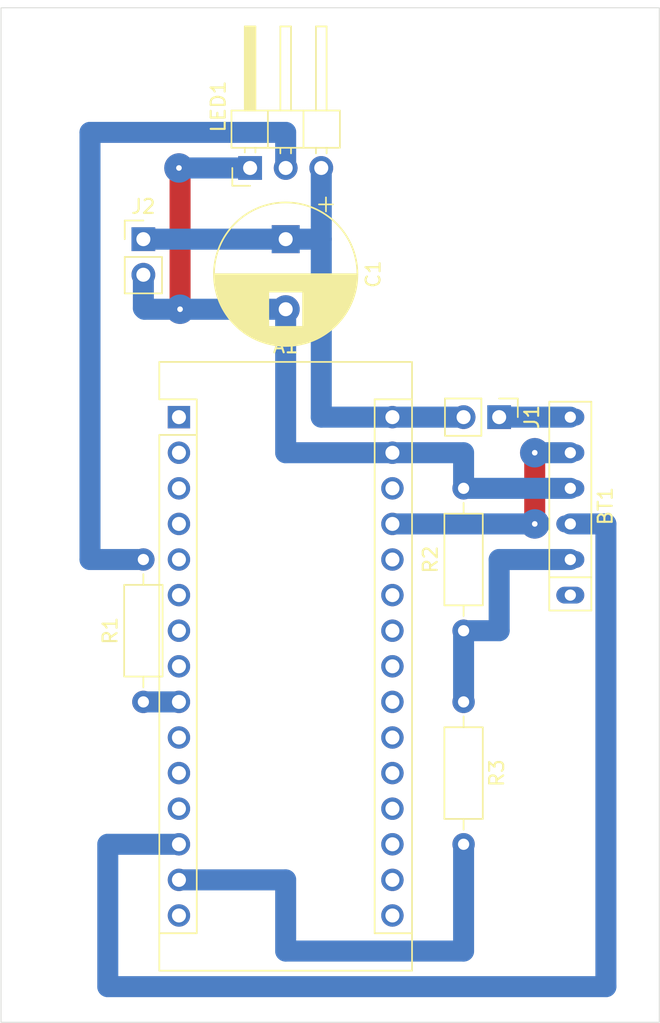
<source format=kicad_pcb>
(kicad_pcb (version 20171130) (host pcbnew 5.1.10-88a1d61d58~88~ubuntu18.04.1)

  (general
    (thickness 1.6)
    (drawings 8)
    (tracks 45)
    (zones 0)
    (modules 9)
    (nets 35)
  )

  (page A4)
  (layers
    (0 F.Cu signal)
    (31 B.Cu signal)
    (32 B.Adhes user)
    (33 F.Adhes user)
    (34 B.Paste user)
    (35 F.Paste user)
    (36 B.SilkS user)
    (37 F.SilkS user)
    (38 B.Mask user)
    (39 F.Mask user)
    (40 Dwgs.User user)
    (41 Cmts.User user)
    (42 Eco1.User user)
    (43 Eco2.User user)
    (44 Edge.Cuts user)
    (45 Margin user)
    (46 B.CrtYd user)
    (47 F.CrtYd user)
    (48 B.Fab user)
    (49 F.Fab user)
  )

  (setup
    (last_trace_width 1.5)
    (user_trace_width 1.5)
    (trace_clearance 0.2)
    (zone_clearance 0.508)
    (zone_45_only no)
    (trace_min 1.5)
    (via_size 2.1)
    (via_drill 0.4)
    (via_min_size 2.1)
    (via_min_drill 0.3)
    (user_via 2.1 1)
    (uvia_size 2.1)
    (uvia_drill 0.1)
    (uvias_allowed no)
    (uvia_min_size 2.1)
    (uvia_min_drill 0.1)
    (edge_width 0.05)
    (segment_width 0.2)
    (pcb_text_width 0.3)
    (pcb_text_size 1.5 1.5)
    (mod_edge_width 0.12)
    (mod_text_size 1 1)
    (mod_text_width 0.15)
    (pad_size 1.524 1.524)
    (pad_drill 0.762)
    (pad_to_mask_clearance 0)
    (aux_axis_origin 0 0)
    (visible_elements FFFFFF7F)
    (pcbplotparams
      (layerselection 0x010fc_ffffffff)
      (usegerberextensions false)
      (usegerberattributes true)
      (usegerberadvancedattributes true)
      (creategerberjobfile true)
      (excludeedgelayer true)
      (linewidth 0.100000)
      (plotframeref false)
      (viasonmask false)
      (mode 1)
      (useauxorigin false)
      (hpglpennumber 1)
      (hpglpenspeed 20)
      (hpglpendiameter 15.000000)
      (psnegative false)
      (psa4output false)
      (plotreference true)
      (plotvalue true)
      (plotinvisibletext false)
      (padsonsilk false)
      (subtractmaskfromsilk false)
      (outputformat 1)
      (mirror false)
      (drillshape 1)
      (scaleselection 1)
      (outputdirectory ""))
  )

  (net 0 "")
  (net 1 "Net-(A1-Pad1)")
  (net 2 "Net-(A1-Pad17)")
  (net 3 "Net-(A1-Pad2)")
  (net 4 "Net-(A1-Pad18)")
  (net 5 "Net-(A1-Pad3)")
  (net 6 "Net-(A1-Pad19)")
  (net 7 "Net-(A1-Pad4)")
  (net 8 "Net-(A1-Pad20)")
  (net 9 "Net-(A1-Pad5)")
  (net 10 "Net-(A1-Pad21)")
  (net 11 "Net-(A1-Pad6)")
  (net 12 "Net-(A1-Pad22)")
  (net 13 "Net-(A1-Pad7)")
  (net 14 "Net-(A1-Pad23)")
  (net 15 "Net-(A1-Pad8)")
  (net 16 "Net-(A1-Pad24)")
  (net 17 "Net-(A1-Pad9)")
  (net 18 "Net-(A1-Pad25)")
  (net 19 "Net-(A1-Pad10)")
  (net 20 "Net-(A1-Pad26)")
  (net 21 "Net-(A1-Pad11)")
  (net 22 "Net-(A1-Pad27)")
  (net 23 "Net-(A1-Pad12)")
  (net 24 "Net-(A1-Pad28)")
  (net 25 "Net-(A1-Pad13)")
  (net 26 GND)
  (net 27 "Net-(A1-Pad14)")
  (net 28 +5V)
  (net 29 "Net-(A1-Pad15)")
  (net 30 "Net-(A1-Pad16)")
  (net 31 "Net-(BT1-Pad1)")
  (net 32 "Net-(BT1-Pad2)")
  (net 33 "Net-(BT1-Pad6)")
  (net 34 "Net-(LED1-Pad2)")

  (net_class Default "This is the default net class."
    (clearance 0.2)
    (trace_width 1.5)
    (via_dia 2.1)
    (via_drill 0.4)
    (uvia_dia 2.1)
    (uvia_drill 0.1)
    (diff_pair_width 1.5)
    (diff_pair_gap 0.25)
    (add_net +5V)
    (add_net GND)
    (add_net "Net-(A1-Pad1)")
    (add_net "Net-(A1-Pad10)")
    (add_net "Net-(A1-Pad11)")
    (add_net "Net-(A1-Pad12)")
    (add_net "Net-(A1-Pad13)")
    (add_net "Net-(A1-Pad14)")
    (add_net "Net-(A1-Pad15)")
    (add_net "Net-(A1-Pad16)")
    (add_net "Net-(A1-Pad17)")
    (add_net "Net-(A1-Pad18)")
    (add_net "Net-(A1-Pad19)")
    (add_net "Net-(A1-Pad2)")
    (add_net "Net-(A1-Pad20)")
    (add_net "Net-(A1-Pad21)")
    (add_net "Net-(A1-Pad22)")
    (add_net "Net-(A1-Pad23)")
    (add_net "Net-(A1-Pad24)")
    (add_net "Net-(A1-Pad25)")
    (add_net "Net-(A1-Pad26)")
    (add_net "Net-(A1-Pad27)")
    (add_net "Net-(A1-Pad28)")
    (add_net "Net-(A1-Pad3)")
    (add_net "Net-(A1-Pad4)")
    (add_net "Net-(A1-Pad5)")
    (add_net "Net-(A1-Pad6)")
    (add_net "Net-(A1-Pad7)")
    (add_net "Net-(A1-Pad8)")
    (add_net "Net-(A1-Pad9)")
    (add_net "Net-(BT1-Pad1)")
    (add_net "Net-(BT1-Pad2)")
    (add_net "Net-(BT1-Pad6)")
    (add_net "Net-(LED1-Pad2)")
  )

  (module Resistor_THT:R_Axial_DIN0207_L6.3mm_D2.5mm_P10.16mm_Horizontal (layer F.Cu) (tedit 5AE5139B) (tstamp 608806CD)
    (at 86.36 99.06 90)
    (descr "Resistor, Axial_DIN0207 series, Axial, Horizontal, pin pitch=10.16mm, 0.25W = 1/4W, length*diameter=6.3*2.5mm^2, http://cdn-reichelt.de/documents/datenblatt/B400/1_4W%23YAG.pdf")
    (tags "Resistor Axial_DIN0207 series Axial Horizontal pin pitch 10.16mm 0.25W = 1/4W length 6.3mm diameter 2.5mm")
    (path /60883031)
    (fp_text reference R1 (at 5.08 -2.37 90) (layer F.SilkS)
      (effects (font (size 1 1) (thickness 0.15)))
    )
    (fp_text value 470R (at 5.08 2.37 90) (layer F.Fab)
      (effects (font (size 1 1) (thickness 0.15)))
    )
    (fp_line (start 11.21 -1.5) (end -1.05 -1.5) (layer F.CrtYd) (width 0.05))
    (fp_line (start 11.21 1.5) (end 11.21 -1.5) (layer F.CrtYd) (width 0.05))
    (fp_line (start -1.05 1.5) (end 11.21 1.5) (layer F.CrtYd) (width 0.05))
    (fp_line (start -1.05 -1.5) (end -1.05 1.5) (layer F.CrtYd) (width 0.05))
    (fp_line (start 9.12 0) (end 8.35 0) (layer F.SilkS) (width 0.12))
    (fp_line (start 1.04 0) (end 1.81 0) (layer F.SilkS) (width 0.12))
    (fp_line (start 8.35 -1.37) (end 1.81 -1.37) (layer F.SilkS) (width 0.12))
    (fp_line (start 8.35 1.37) (end 8.35 -1.37) (layer F.SilkS) (width 0.12))
    (fp_line (start 1.81 1.37) (end 8.35 1.37) (layer F.SilkS) (width 0.12))
    (fp_line (start 1.81 -1.37) (end 1.81 1.37) (layer F.SilkS) (width 0.12))
    (fp_line (start 10.16 0) (end 8.23 0) (layer F.Fab) (width 0.1))
    (fp_line (start 0 0) (end 1.93 0) (layer F.Fab) (width 0.1))
    (fp_line (start 8.23 -1.25) (end 1.93 -1.25) (layer F.Fab) (width 0.1))
    (fp_line (start 8.23 1.25) (end 8.23 -1.25) (layer F.Fab) (width 0.1))
    (fp_line (start 1.93 1.25) (end 8.23 1.25) (layer F.Fab) (width 0.1))
    (fp_line (start 1.93 -1.25) (end 1.93 1.25) (layer F.Fab) (width 0.1))
    (fp_text user %R (at 5.08 0 90) (layer F.Fab)
      (effects (font (size 1 1) (thickness 0.15)))
    )
    (pad 1 thru_hole circle (at 0 0 90) (size 1.6 1.6) (drill 0.8) (layers *.Cu *.Mask)
      (net 17 "Net-(A1-Pad9)"))
    (pad 2 thru_hole oval (at 10.16 0 90) (size 1.6 1.6) (drill 0.8) (layers *.Cu *.Mask)
      (net 34 "Net-(LED1-Pad2)"))
    (model ${KISYS3DMOD}/Resistor_THT.3dshapes/R_Axial_DIN0207_L6.3mm_D2.5mm_P10.16mm_Horizontal.wrl
      (at (xyz 0 0 0))
      (scale (xyz 1 1 1))
      (rotate (xyz 0 0 0))
    )
  )

  (module Capacitor_THT:CP_Radial_D10.0mm_P5.00mm (layer F.Cu) (tedit 5AE50EF1) (tstamp 60880660)
    (at 96.52 66.04 270)
    (descr "CP, Radial series, Radial, pin pitch=5.00mm, , diameter=10mm, Electrolytic Capacitor")
    (tags "CP Radial series Radial pin pitch 5.00mm  diameter 10mm Electrolytic Capacitor")
    (path /60906276)
    (fp_text reference C1 (at 2.5 -6.25 90) (layer F.SilkS)
      (effects (font (size 1 1) (thickness 0.15)))
    )
    (fp_text value 470uF (at 2.5 6.25 90) (layer F.Fab)
      (effects (font (size 1 1) (thickness 0.15)))
    )
    (fp_line (start -2.479646 -3.375) (end -2.479646 -2.375) (layer F.SilkS) (width 0.12))
    (fp_line (start -2.979646 -2.875) (end -1.979646 -2.875) (layer F.SilkS) (width 0.12))
    (fp_line (start 7.581 -0.599) (end 7.581 0.599) (layer F.SilkS) (width 0.12))
    (fp_line (start 7.541 -0.862) (end 7.541 0.862) (layer F.SilkS) (width 0.12))
    (fp_line (start 7.501 -1.062) (end 7.501 1.062) (layer F.SilkS) (width 0.12))
    (fp_line (start 7.461 -1.23) (end 7.461 1.23) (layer F.SilkS) (width 0.12))
    (fp_line (start 7.421 -1.378) (end 7.421 1.378) (layer F.SilkS) (width 0.12))
    (fp_line (start 7.381 -1.51) (end 7.381 1.51) (layer F.SilkS) (width 0.12))
    (fp_line (start 7.341 -1.63) (end 7.341 1.63) (layer F.SilkS) (width 0.12))
    (fp_line (start 7.301 -1.742) (end 7.301 1.742) (layer F.SilkS) (width 0.12))
    (fp_line (start 7.261 -1.846) (end 7.261 1.846) (layer F.SilkS) (width 0.12))
    (fp_line (start 7.221 -1.944) (end 7.221 1.944) (layer F.SilkS) (width 0.12))
    (fp_line (start 7.181 -2.037) (end 7.181 2.037) (layer F.SilkS) (width 0.12))
    (fp_line (start 7.141 -2.125) (end 7.141 2.125) (layer F.SilkS) (width 0.12))
    (fp_line (start 7.101 -2.209) (end 7.101 2.209) (layer F.SilkS) (width 0.12))
    (fp_line (start 7.061 -2.289) (end 7.061 2.289) (layer F.SilkS) (width 0.12))
    (fp_line (start 7.021 -2.365) (end 7.021 2.365) (layer F.SilkS) (width 0.12))
    (fp_line (start 6.981 -2.439) (end 6.981 2.439) (layer F.SilkS) (width 0.12))
    (fp_line (start 6.941 -2.51) (end 6.941 2.51) (layer F.SilkS) (width 0.12))
    (fp_line (start 6.901 -2.579) (end 6.901 2.579) (layer F.SilkS) (width 0.12))
    (fp_line (start 6.861 -2.645) (end 6.861 2.645) (layer F.SilkS) (width 0.12))
    (fp_line (start 6.821 -2.709) (end 6.821 2.709) (layer F.SilkS) (width 0.12))
    (fp_line (start 6.781 -2.77) (end 6.781 2.77) (layer F.SilkS) (width 0.12))
    (fp_line (start 6.741 -2.83) (end 6.741 2.83) (layer F.SilkS) (width 0.12))
    (fp_line (start 6.701 -2.889) (end 6.701 2.889) (layer F.SilkS) (width 0.12))
    (fp_line (start 6.661 -2.945) (end 6.661 2.945) (layer F.SilkS) (width 0.12))
    (fp_line (start 6.621 -3) (end 6.621 3) (layer F.SilkS) (width 0.12))
    (fp_line (start 6.581 -3.054) (end 6.581 3.054) (layer F.SilkS) (width 0.12))
    (fp_line (start 6.541 -3.106) (end 6.541 3.106) (layer F.SilkS) (width 0.12))
    (fp_line (start 6.501 -3.156) (end 6.501 3.156) (layer F.SilkS) (width 0.12))
    (fp_line (start 6.461 -3.206) (end 6.461 3.206) (layer F.SilkS) (width 0.12))
    (fp_line (start 6.421 -3.254) (end 6.421 3.254) (layer F.SilkS) (width 0.12))
    (fp_line (start 6.381 -3.301) (end 6.381 3.301) (layer F.SilkS) (width 0.12))
    (fp_line (start 6.341 -3.347) (end 6.341 3.347) (layer F.SilkS) (width 0.12))
    (fp_line (start 6.301 -3.392) (end 6.301 3.392) (layer F.SilkS) (width 0.12))
    (fp_line (start 6.261 -3.436) (end 6.261 3.436) (layer F.SilkS) (width 0.12))
    (fp_line (start 6.221 1.241) (end 6.221 3.478) (layer F.SilkS) (width 0.12))
    (fp_line (start 6.221 -3.478) (end 6.221 -1.241) (layer F.SilkS) (width 0.12))
    (fp_line (start 6.181 1.241) (end 6.181 3.52) (layer F.SilkS) (width 0.12))
    (fp_line (start 6.181 -3.52) (end 6.181 -1.241) (layer F.SilkS) (width 0.12))
    (fp_line (start 6.141 1.241) (end 6.141 3.561) (layer F.SilkS) (width 0.12))
    (fp_line (start 6.141 -3.561) (end 6.141 -1.241) (layer F.SilkS) (width 0.12))
    (fp_line (start 6.101 1.241) (end 6.101 3.601) (layer F.SilkS) (width 0.12))
    (fp_line (start 6.101 -3.601) (end 6.101 -1.241) (layer F.SilkS) (width 0.12))
    (fp_line (start 6.061 1.241) (end 6.061 3.64) (layer F.SilkS) (width 0.12))
    (fp_line (start 6.061 -3.64) (end 6.061 -1.241) (layer F.SilkS) (width 0.12))
    (fp_line (start 6.021 1.241) (end 6.021 3.679) (layer F.SilkS) (width 0.12))
    (fp_line (start 6.021 -3.679) (end 6.021 -1.241) (layer F.SilkS) (width 0.12))
    (fp_line (start 5.981 1.241) (end 5.981 3.716) (layer F.SilkS) (width 0.12))
    (fp_line (start 5.981 -3.716) (end 5.981 -1.241) (layer F.SilkS) (width 0.12))
    (fp_line (start 5.941 1.241) (end 5.941 3.753) (layer F.SilkS) (width 0.12))
    (fp_line (start 5.941 -3.753) (end 5.941 -1.241) (layer F.SilkS) (width 0.12))
    (fp_line (start 5.901 1.241) (end 5.901 3.789) (layer F.SilkS) (width 0.12))
    (fp_line (start 5.901 -3.789) (end 5.901 -1.241) (layer F.SilkS) (width 0.12))
    (fp_line (start 5.861 1.241) (end 5.861 3.824) (layer F.SilkS) (width 0.12))
    (fp_line (start 5.861 -3.824) (end 5.861 -1.241) (layer F.SilkS) (width 0.12))
    (fp_line (start 5.821 1.241) (end 5.821 3.858) (layer F.SilkS) (width 0.12))
    (fp_line (start 5.821 -3.858) (end 5.821 -1.241) (layer F.SilkS) (width 0.12))
    (fp_line (start 5.781 1.241) (end 5.781 3.892) (layer F.SilkS) (width 0.12))
    (fp_line (start 5.781 -3.892) (end 5.781 -1.241) (layer F.SilkS) (width 0.12))
    (fp_line (start 5.741 1.241) (end 5.741 3.925) (layer F.SilkS) (width 0.12))
    (fp_line (start 5.741 -3.925) (end 5.741 -1.241) (layer F.SilkS) (width 0.12))
    (fp_line (start 5.701 1.241) (end 5.701 3.957) (layer F.SilkS) (width 0.12))
    (fp_line (start 5.701 -3.957) (end 5.701 -1.241) (layer F.SilkS) (width 0.12))
    (fp_line (start 5.661 1.241) (end 5.661 3.989) (layer F.SilkS) (width 0.12))
    (fp_line (start 5.661 -3.989) (end 5.661 -1.241) (layer F.SilkS) (width 0.12))
    (fp_line (start 5.621 1.241) (end 5.621 4.02) (layer F.SilkS) (width 0.12))
    (fp_line (start 5.621 -4.02) (end 5.621 -1.241) (layer F.SilkS) (width 0.12))
    (fp_line (start 5.581 1.241) (end 5.581 4.05) (layer F.SilkS) (width 0.12))
    (fp_line (start 5.581 -4.05) (end 5.581 -1.241) (layer F.SilkS) (width 0.12))
    (fp_line (start 5.541 1.241) (end 5.541 4.08) (layer F.SilkS) (width 0.12))
    (fp_line (start 5.541 -4.08) (end 5.541 -1.241) (layer F.SilkS) (width 0.12))
    (fp_line (start 5.501 1.241) (end 5.501 4.11) (layer F.SilkS) (width 0.12))
    (fp_line (start 5.501 -4.11) (end 5.501 -1.241) (layer F.SilkS) (width 0.12))
    (fp_line (start 5.461 1.241) (end 5.461 4.138) (layer F.SilkS) (width 0.12))
    (fp_line (start 5.461 -4.138) (end 5.461 -1.241) (layer F.SilkS) (width 0.12))
    (fp_line (start 5.421 1.241) (end 5.421 4.166) (layer F.SilkS) (width 0.12))
    (fp_line (start 5.421 -4.166) (end 5.421 -1.241) (layer F.SilkS) (width 0.12))
    (fp_line (start 5.381 1.241) (end 5.381 4.194) (layer F.SilkS) (width 0.12))
    (fp_line (start 5.381 -4.194) (end 5.381 -1.241) (layer F.SilkS) (width 0.12))
    (fp_line (start 5.341 1.241) (end 5.341 4.221) (layer F.SilkS) (width 0.12))
    (fp_line (start 5.341 -4.221) (end 5.341 -1.241) (layer F.SilkS) (width 0.12))
    (fp_line (start 5.301 1.241) (end 5.301 4.247) (layer F.SilkS) (width 0.12))
    (fp_line (start 5.301 -4.247) (end 5.301 -1.241) (layer F.SilkS) (width 0.12))
    (fp_line (start 5.261 1.241) (end 5.261 4.273) (layer F.SilkS) (width 0.12))
    (fp_line (start 5.261 -4.273) (end 5.261 -1.241) (layer F.SilkS) (width 0.12))
    (fp_line (start 5.221 1.241) (end 5.221 4.298) (layer F.SilkS) (width 0.12))
    (fp_line (start 5.221 -4.298) (end 5.221 -1.241) (layer F.SilkS) (width 0.12))
    (fp_line (start 5.181 1.241) (end 5.181 4.323) (layer F.SilkS) (width 0.12))
    (fp_line (start 5.181 -4.323) (end 5.181 -1.241) (layer F.SilkS) (width 0.12))
    (fp_line (start 5.141 1.241) (end 5.141 4.347) (layer F.SilkS) (width 0.12))
    (fp_line (start 5.141 -4.347) (end 5.141 -1.241) (layer F.SilkS) (width 0.12))
    (fp_line (start 5.101 1.241) (end 5.101 4.371) (layer F.SilkS) (width 0.12))
    (fp_line (start 5.101 -4.371) (end 5.101 -1.241) (layer F.SilkS) (width 0.12))
    (fp_line (start 5.061 1.241) (end 5.061 4.395) (layer F.SilkS) (width 0.12))
    (fp_line (start 5.061 -4.395) (end 5.061 -1.241) (layer F.SilkS) (width 0.12))
    (fp_line (start 5.021 1.241) (end 5.021 4.417) (layer F.SilkS) (width 0.12))
    (fp_line (start 5.021 -4.417) (end 5.021 -1.241) (layer F.SilkS) (width 0.12))
    (fp_line (start 4.981 1.241) (end 4.981 4.44) (layer F.SilkS) (width 0.12))
    (fp_line (start 4.981 -4.44) (end 4.981 -1.241) (layer F.SilkS) (width 0.12))
    (fp_line (start 4.941 1.241) (end 4.941 4.462) (layer F.SilkS) (width 0.12))
    (fp_line (start 4.941 -4.462) (end 4.941 -1.241) (layer F.SilkS) (width 0.12))
    (fp_line (start 4.901 1.241) (end 4.901 4.483) (layer F.SilkS) (width 0.12))
    (fp_line (start 4.901 -4.483) (end 4.901 -1.241) (layer F.SilkS) (width 0.12))
    (fp_line (start 4.861 1.241) (end 4.861 4.504) (layer F.SilkS) (width 0.12))
    (fp_line (start 4.861 -4.504) (end 4.861 -1.241) (layer F.SilkS) (width 0.12))
    (fp_line (start 4.821 1.241) (end 4.821 4.525) (layer F.SilkS) (width 0.12))
    (fp_line (start 4.821 -4.525) (end 4.821 -1.241) (layer F.SilkS) (width 0.12))
    (fp_line (start 4.781 1.241) (end 4.781 4.545) (layer F.SilkS) (width 0.12))
    (fp_line (start 4.781 -4.545) (end 4.781 -1.241) (layer F.SilkS) (width 0.12))
    (fp_line (start 4.741 1.241) (end 4.741 4.564) (layer F.SilkS) (width 0.12))
    (fp_line (start 4.741 -4.564) (end 4.741 -1.241) (layer F.SilkS) (width 0.12))
    (fp_line (start 4.701 1.241) (end 4.701 4.584) (layer F.SilkS) (width 0.12))
    (fp_line (start 4.701 -4.584) (end 4.701 -1.241) (layer F.SilkS) (width 0.12))
    (fp_line (start 4.661 1.241) (end 4.661 4.603) (layer F.SilkS) (width 0.12))
    (fp_line (start 4.661 -4.603) (end 4.661 -1.241) (layer F.SilkS) (width 0.12))
    (fp_line (start 4.621 1.241) (end 4.621 4.621) (layer F.SilkS) (width 0.12))
    (fp_line (start 4.621 -4.621) (end 4.621 -1.241) (layer F.SilkS) (width 0.12))
    (fp_line (start 4.581 1.241) (end 4.581 4.639) (layer F.SilkS) (width 0.12))
    (fp_line (start 4.581 -4.639) (end 4.581 -1.241) (layer F.SilkS) (width 0.12))
    (fp_line (start 4.541 1.241) (end 4.541 4.657) (layer F.SilkS) (width 0.12))
    (fp_line (start 4.541 -4.657) (end 4.541 -1.241) (layer F.SilkS) (width 0.12))
    (fp_line (start 4.501 1.241) (end 4.501 4.674) (layer F.SilkS) (width 0.12))
    (fp_line (start 4.501 -4.674) (end 4.501 -1.241) (layer F.SilkS) (width 0.12))
    (fp_line (start 4.461 1.241) (end 4.461 4.69) (layer F.SilkS) (width 0.12))
    (fp_line (start 4.461 -4.69) (end 4.461 -1.241) (layer F.SilkS) (width 0.12))
    (fp_line (start 4.421 1.241) (end 4.421 4.707) (layer F.SilkS) (width 0.12))
    (fp_line (start 4.421 -4.707) (end 4.421 -1.241) (layer F.SilkS) (width 0.12))
    (fp_line (start 4.381 1.241) (end 4.381 4.723) (layer F.SilkS) (width 0.12))
    (fp_line (start 4.381 -4.723) (end 4.381 -1.241) (layer F.SilkS) (width 0.12))
    (fp_line (start 4.341 1.241) (end 4.341 4.738) (layer F.SilkS) (width 0.12))
    (fp_line (start 4.341 -4.738) (end 4.341 -1.241) (layer F.SilkS) (width 0.12))
    (fp_line (start 4.301 1.241) (end 4.301 4.754) (layer F.SilkS) (width 0.12))
    (fp_line (start 4.301 -4.754) (end 4.301 -1.241) (layer F.SilkS) (width 0.12))
    (fp_line (start 4.261 1.241) (end 4.261 4.768) (layer F.SilkS) (width 0.12))
    (fp_line (start 4.261 -4.768) (end 4.261 -1.241) (layer F.SilkS) (width 0.12))
    (fp_line (start 4.221 1.241) (end 4.221 4.783) (layer F.SilkS) (width 0.12))
    (fp_line (start 4.221 -4.783) (end 4.221 -1.241) (layer F.SilkS) (width 0.12))
    (fp_line (start 4.181 1.241) (end 4.181 4.797) (layer F.SilkS) (width 0.12))
    (fp_line (start 4.181 -4.797) (end 4.181 -1.241) (layer F.SilkS) (width 0.12))
    (fp_line (start 4.141 1.241) (end 4.141 4.811) (layer F.SilkS) (width 0.12))
    (fp_line (start 4.141 -4.811) (end 4.141 -1.241) (layer F.SilkS) (width 0.12))
    (fp_line (start 4.101 1.241) (end 4.101 4.824) (layer F.SilkS) (width 0.12))
    (fp_line (start 4.101 -4.824) (end 4.101 -1.241) (layer F.SilkS) (width 0.12))
    (fp_line (start 4.061 1.241) (end 4.061 4.837) (layer F.SilkS) (width 0.12))
    (fp_line (start 4.061 -4.837) (end 4.061 -1.241) (layer F.SilkS) (width 0.12))
    (fp_line (start 4.021 1.241) (end 4.021 4.85) (layer F.SilkS) (width 0.12))
    (fp_line (start 4.021 -4.85) (end 4.021 -1.241) (layer F.SilkS) (width 0.12))
    (fp_line (start 3.981 1.241) (end 3.981 4.862) (layer F.SilkS) (width 0.12))
    (fp_line (start 3.981 -4.862) (end 3.981 -1.241) (layer F.SilkS) (width 0.12))
    (fp_line (start 3.941 1.241) (end 3.941 4.874) (layer F.SilkS) (width 0.12))
    (fp_line (start 3.941 -4.874) (end 3.941 -1.241) (layer F.SilkS) (width 0.12))
    (fp_line (start 3.901 1.241) (end 3.901 4.885) (layer F.SilkS) (width 0.12))
    (fp_line (start 3.901 -4.885) (end 3.901 -1.241) (layer F.SilkS) (width 0.12))
    (fp_line (start 3.861 1.241) (end 3.861 4.897) (layer F.SilkS) (width 0.12))
    (fp_line (start 3.861 -4.897) (end 3.861 -1.241) (layer F.SilkS) (width 0.12))
    (fp_line (start 3.821 1.241) (end 3.821 4.907) (layer F.SilkS) (width 0.12))
    (fp_line (start 3.821 -4.907) (end 3.821 -1.241) (layer F.SilkS) (width 0.12))
    (fp_line (start 3.781 1.241) (end 3.781 4.918) (layer F.SilkS) (width 0.12))
    (fp_line (start 3.781 -4.918) (end 3.781 -1.241) (layer F.SilkS) (width 0.12))
    (fp_line (start 3.741 -4.928) (end 3.741 4.928) (layer F.SilkS) (width 0.12))
    (fp_line (start 3.701 -4.938) (end 3.701 4.938) (layer F.SilkS) (width 0.12))
    (fp_line (start 3.661 -4.947) (end 3.661 4.947) (layer F.SilkS) (width 0.12))
    (fp_line (start 3.621 -4.956) (end 3.621 4.956) (layer F.SilkS) (width 0.12))
    (fp_line (start 3.581 -4.965) (end 3.581 4.965) (layer F.SilkS) (width 0.12))
    (fp_line (start 3.541 -4.974) (end 3.541 4.974) (layer F.SilkS) (width 0.12))
    (fp_line (start 3.501 -4.982) (end 3.501 4.982) (layer F.SilkS) (width 0.12))
    (fp_line (start 3.461 -4.99) (end 3.461 4.99) (layer F.SilkS) (width 0.12))
    (fp_line (start 3.421 -4.997) (end 3.421 4.997) (layer F.SilkS) (width 0.12))
    (fp_line (start 3.381 -5.004) (end 3.381 5.004) (layer F.SilkS) (width 0.12))
    (fp_line (start 3.341 -5.011) (end 3.341 5.011) (layer F.SilkS) (width 0.12))
    (fp_line (start 3.301 -5.018) (end 3.301 5.018) (layer F.SilkS) (width 0.12))
    (fp_line (start 3.261 -5.024) (end 3.261 5.024) (layer F.SilkS) (width 0.12))
    (fp_line (start 3.221 -5.03) (end 3.221 5.03) (layer F.SilkS) (width 0.12))
    (fp_line (start 3.18 -5.035) (end 3.18 5.035) (layer F.SilkS) (width 0.12))
    (fp_line (start 3.14 -5.04) (end 3.14 5.04) (layer F.SilkS) (width 0.12))
    (fp_line (start 3.1 -5.045) (end 3.1 5.045) (layer F.SilkS) (width 0.12))
    (fp_line (start 3.06 -5.05) (end 3.06 5.05) (layer F.SilkS) (width 0.12))
    (fp_line (start 3.02 -5.054) (end 3.02 5.054) (layer F.SilkS) (width 0.12))
    (fp_line (start 2.98 -5.058) (end 2.98 5.058) (layer F.SilkS) (width 0.12))
    (fp_line (start 2.94 -5.062) (end 2.94 5.062) (layer F.SilkS) (width 0.12))
    (fp_line (start 2.9 -5.065) (end 2.9 5.065) (layer F.SilkS) (width 0.12))
    (fp_line (start 2.86 -5.068) (end 2.86 5.068) (layer F.SilkS) (width 0.12))
    (fp_line (start 2.82 -5.07) (end 2.82 5.07) (layer F.SilkS) (width 0.12))
    (fp_line (start 2.78 -5.073) (end 2.78 5.073) (layer F.SilkS) (width 0.12))
    (fp_line (start 2.74 -5.075) (end 2.74 5.075) (layer F.SilkS) (width 0.12))
    (fp_line (start 2.7 -5.077) (end 2.7 5.077) (layer F.SilkS) (width 0.12))
    (fp_line (start 2.66 -5.078) (end 2.66 5.078) (layer F.SilkS) (width 0.12))
    (fp_line (start 2.62 -5.079) (end 2.62 5.079) (layer F.SilkS) (width 0.12))
    (fp_line (start 2.58 -5.08) (end 2.58 5.08) (layer F.SilkS) (width 0.12))
    (fp_line (start 2.54 -5.08) (end 2.54 5.08) (layer F.SilkS) (width 0.12))
    (fp_line (start 2.5 -5.08) (end 2.5 5.08) (layer F.SilkS) (width 0.12))
    (fp_line (start -1.288861 -2.6875) (end -1.288861 -1.6875) (layer F.Fab) (width 0.1))
    (fp_line (start -1.788861 -2.1875) (end -0.788861 -2.1875) (layer F.Fab) (width 0.1))
    (fp_circle (center 2.5 0) (end 7.75 0) (layer F.CrtYd) (width 0.05))
    (fp_circle (center 2.5 0) (end 7.62 0) (layer F.SilkS) (width 0.12))
    (fp_circle (center 2.5 0) (end 7.5 0) (layer F.Fab) (width 0.1))
    (fp_text user %R (at 2.5 0 90) (layer F.Fab)
      (effects (font (size 1 1) (thickness 0.15)))
    )
    (pad 1 thru_hole rect (at 0 0 270) (size 2 2) (drill 1) (layers *.Cu *.Mask)
      (net 28 +5V))
    (pad 2 thru_hole circle (at 5 0 270) (size 2 2) (drill 1) (layers *.Cu *.Mask)
      (net 26 GND))
    (model ${KISYS3DMOD}/Capacitor_THT.3dshapes/CP_Radial_D10.0mm_P5.00mm.wrl
      (at (xyz 0 0 0))
      (scale (xyz 1 1 1))
      (rotate (xyz 0 0 0))
    )
  )

  (module Connector_PinHeader_2.54mm:PinHeader_1x02_P2.54mm_Vertical (layer F.Cu) (tedit 59FED5CC) (tstamp 608821D1)
    (at 86.36 66.04)
    (descr "Through hole straight pin header, 1x02, 2.54mm pitch, single row")
    (tags "Through hole pin header THT 1x02 2.54mm single row")
    (path /6090F45D)
    (fp_text reference J2 (at 0 -2.33) (layer F.SilkS)
      (effects (font (size 1 1) (thickness 0.15)))
    )
    (fp_text value Conn_02x01 (at 0 4.87) (layer F.Fab)
      (effects (font (size 1 1) (thickness 0.15)))
    )
    (fp_line (start -0.635 -1.27) (end 1.27 -1.27) (layer F.Fab) (width 0.1))
    (fp_line (start 1.27 -1.27) (end 1.27 3.81) (layer F.Fab) (width 0.1))
    (fp_line (start 1.27 3.81) (end -1.27 3.81) (layer F.Fab) (width 0.1))
    (fp_line (start -1.27 3.81) (end -1.27 -0.635) (layer F.Fab) (width 0.1))
    (fp_line (start -1.27 -0.635) (end -0.635 -1.27) (layer F.Fab) (width 0.1))
    (fp_line (start -1.33 3.87) (end 1.33 3.87) (layer F.SilkS) (width 0.12))
    (fp_line (start -1.33 1.27) (end -1.33 3.87) (layer F.SilkS) (width 0.12))
    (fp_line (start 1.33 1.27) (end 1.33 3.87) (layer F.SilkS) (width 0.12))
    (fp_line (start -1.33 1.27) (end 1.33 1.27) (layer F.SilkS) (width 0.12))
    (fp_line (start -1.33 0) (end -1.33 -1.33) (layer F.SilkS) (width 0.12))
    (fp_line (start -1.33 -1.33) (end 0 -1.33) (layer F.SilkS) (width 0.12))
    (fp_line (start -1.8 -1.8) (end -1.8 4.35) (layer F.CrtYd) (width 0.05))
    (fp_line (start -1.8 4.35) (end 1.8 4.35) (layer F.CrtYd) (width 0.05))
    (fp_line (start 1.8 4.35) (end 1.8 -1.8) (layer F.CrtYd) (width 0.05))
    (fp_line (start 1.8 -1.8) (end -1.8 -1.8) (layer F.CrtYd) (width 0.05))
    (fp_text user %R (at 0 1.27 90) (layer F.Fab)
      (effects (font (size 1 1) (thickness 0.15)))
    )
    (pad 2 thru_hole oval (at 0 2.54) (size 1.7 1.7) (drill 1) (layers *.Cu *.Mask)
      (net 26 GND))
    (pad 1 thru_hole rect (at 0 0) (size 1.7 1.7) (drill 1) (layers *.Cu *.Mask)
      (net 28 +5V))
    (model ${KISYS3DMOD}/Connector_PinHeader_2.54mm.3dshapes/PinHeader_1x02_P2.54mm_Vertical.wrl
      (at (xyz 0 0 0))
      (scale (xyz 1 1 1))
      (rotate (xyz 0 0 0))
    )
  )

  (module Module:Arduino_Nano (layer F.Cu) (tedit 58ACAF70) (tstamp 60880581)
    (at 88.9 78.74)
    (descr "Arduino Nano, http://www.mouser.com/pdfdocs/Gravitech_Arduino_Nano3_0.pdf")
    (tags "Arduino Nano")
    (path /6087D71C)
    (fp_text reference A1 (at 7.62 -5.08) (layer F.SilkS)
      (effects (font (size 1 1) (thickness 0.15)))
    )
    (fp_text value Arduino_Nano_v2.x (at 8.89 19.05 90) (layer F.Fab)
      (effects (font (size 1 1) (thickness 0.15)))
    )
    (fp_line (start 16.75 42.16) (end -1.53 42.16) (layer F.CrtYd) (width 0.05))
    (fp_line (start 16.75 42.16) (end 16.75 -4.06) (layer F.CrtYd) (width 0.05))
    (fp_line (start -1.53 -4.06) (end -1.53 42.16) (layer F.CrtYd) (width 0.05))
    (fp_line (start -1.53 -4.06) (end 16.75 -4.06) (layer F.CrtYd) (width 0.05))
    (fp_line (start 16.51 -3.81) (end 16.51 39.37) (layer F.Fab) (width 0.1))
    (fp_line (start 0 -3.81) (end 16.51 -3.81) (layer F.Fab) (width 0.1))
    (fp_line (start -1.27 -2.54) (end 0 -3.81) (layer F.Fab) (width 0.1))
    (fp_line (start -1.27 39.37) (end -1.27 -2.54) (layer F.Fab) (width 0.1))
    (fp_line (start 16.51 39.37) (end -1.27 39.37) (layer F.Fab) (width 0.1))
    (fp_line (start 16.64 -3.94) (end -1.4 -3.94) (layer F.SilkS) (width 0.12))
    (fp_line (start 16.64 39.5) (end 16.64 -3.94) (layer F.SilkS) (width 0.12))
    (fp_line (start -1.4 39.5) (end 16.64 39.5) (layer F.SilkS) (width 0.12))
    (fp_line (start 3.81 41.91) (end 3.81 31.75) (layer F.Fab) (width 0.1))
    (fp_line (start 11.43 41.91) (end 3.81 41.91) (layer F.Fab) (width 0.1))
    (fp_line (start 11.43 31.75) (end 11.43 41.91) (layer F.Fab) (width 0.1))
    (fp_line (start 3.81 31.75) (end 11.43 31.75) (layer F.Fab) (width 0.1))
    (fp_line (start 1.27 36.83) (end -1.4 36.83) (layer F.SilkS) (width 0.12))
    (fp_line (start 1.27 1.27) (end 1.27 36.83) (layer F.SilkS) (width 0.12))
    (fp_line (start 1.27 1.27) (end -1.4 1.27) (layer F.SilkS) (width 0.12))
    (fp_line (start 13.97 36.83) (end 16.64 36.83) (layer F.SilkS) (width 0.12))
    (fp_line (start 13.97 -1.27) (end 13.97 36.83) (layer F.SilkS) (width 0.12))
    (fp_line (start 13.97 -1.27) (end 16.64 -1.27) (layer F.SilkS) (width 0.12))
    (fp_line (start -1.4 -3.94) (end -1.4 -1.27) (layer F.SilkS) (width 0.12))
    (fp_line (start -1.4 1.27) (end -1.4 39.5) (layer F.SilkS) (width 0.12))
    (fp_line (start 1.27 -1.27) (end -1.4 -1.27) (layer F.SilkS) (width 0.12))
    (fp_line (start 1.27 1.27) (end 1.27 -1.27) (layer F.SilkS) (width 0.12))
    (fp_text user %R (at 6.35 19.05 90) (layer F.Fab)
      (effects (font (size 1 1) (thickness 0.15)))
    )
    (pad 1 thru_hole rect (at 0 0) (size 1.6 1.6) (drill 1) (layers *.Cu *.Mask)
      (net 1 "Net-(A1-Pad1)"))
    (pad 17 thru_hole oval (at 15.24 33.02) (size 1.6 1.6) (drill 1) (layers *.Cu *.Mask)
      (net 2 "Net-(A1-Pad17)"))
    (pad 2 thru_hole oval (at 0 2.54) (size 1.6 1.6) (drill 1) (layers *.Cu *.Mask)
      (net 3 "Net-(A1-Pad2)"))
    (pad 18 thru_hole oval (at 15.24 30.48) (size 1.6 1.6) (drill 1) (layers *.Cu *.Mask)
      (net 4 "Net-(A1-Pad18)"))
    (pad 3 thru_hole oval (at 0 5.08) (size 1.6 1.6) (drill 1) (layers *.Cu *.Mask)
      (net 5 "Net-(A1-Pad3)"))
    (pad 19 thru_hole oval (at 15.24 27.94) (size 1.6 1.6) (drill 1) (layers *.Cu *.Mask)
      (net 6 "Net-(A1-Pad19)"))
    (pad 4 thru_hole oval (at 0 7.62) (size 1.6 1.6) (drill 1) (layers *.Cu *.Mask)
      (net 7 "Net-(A1-Pad4)"))
    (pad 20 thru_hole oval (at 15.24 25.4) (size 1.6 1.6) (drill 1) (layers *.Cu *.Mask)
      (net 8 "Net-(A1-Pad20)"))
    (pad 5 thru_hole oval (at 0 10.16) (size 1.6 1.6) (drill 1) (layers *.Cu *.Mask)
      (net 9 "Net-(A1-Pad5)"))
    (pad 21 thru_hole oval (at 15.24 22.86) (size 1.6 1.6) (drill 1) (layers *.Cu *.Mask)
      (net 10 "Net-(A1-Pad21)"))
    (pad 6 thru_hole oval (at 0 12.7) (size 1.6 1.6) (drill 1) (layers *.Cu *.Mask)
      (net 11 "Net-(A1-Pad6)"))
    (pad 22 thru_hole oval (at 15.24 20.32) (size 1.6 1.6) (drill 1) (layers *.Cu *.Mask)
      (net 12 "Net-(A1-Pad22)"))
    (pad 7 thru_hole oval (at 0 15.24) (size 1.6 1.6) (drill 1) (layers *.Cu *.Mask)
      (net 13 "Net-(A1-Pad7)"))
    (pad 23 thru_hole oval (at 15.24 17.78) (size 1.6 1.6) (drill 1) (layers *.Cu *.Mask)
      (net 14 "Net-(A1-Pad23)"))
    (pad 8 thru_hole oval (at 0 17.78) (size 1.6 1.6) (drill 1) (layers *.Cu *.Mask)
      (net 15 "Net-(A1-Pad8)"))
    (pad 24 thru_hole oval (at 15.24 15.24) (size 1.6 1.6) (drill 1) (layers *.Cu *.Mask)
      (net 16 "Net-(A1-Pad24)"))
    (pad 9 thru_hole oval (at 0 20.32) (size 1.6 1.6) (drill 1) (layers *.Cu *.Mask)
      (net 17 "Net-(A1-Pad9)"))
    (pad 25 thru_hole oval (at 15.24 12.7) (size 1.6 1.6) (drill 1) (layers *.Cu *.Mask)
      (net 18 "Net-(A1-Pad25)"))
    (pad 10 thru_hole oval (at 0 22.86) (size 1.6 1.6) (drill 1) (layers *.Cu *.Mask)
      (net 19 "Net-(A1-Pad10)"))
    (pad 26 thru_hole oval (at 15.24 10.16) (size 1.6 1.6) (drill 1) (layers *.Cu *.Mask)
      (net 20 "Net-(A1-Pad26)"))
    (pad 11 thru_hole oval (at 0 25.4) (size 1.6 1.6) (drill 1) (layers *.Cu *.Mask)
      (net 21 "Net-(A1-Pad11)"))
    (pad 27 thru_hole oval (at 15.24 7.62) (size 1.6 1.6) (drill 1) (layers *.Cu *.Mask)
      (net 22 "Net-(A1-Pad27)"))
    (pad 12 thru_hole oval (at 0 27.94) (size 1.6 1.6) (drill 1) (layers *.Cu *.Mask)
      (net 23 "Net-(A1-Pad12)"))
    (pad 28 thru_hole oval (at 15.24 5.08) (size 1.6 1.6) (drill 1) (layers *.Cu *.Mask)
      (net 24 "Net-(A1-Pad28)"))
    (pad 13 thru_hole oval (at 0 30.48) (size 1.6 1.6) (drill 1) (layers *.Cu *.Mask)
      (net 25 "Net-(A1-Pad13)"))
    (pad 29 thru_hole oval (at 15.24 2.54) (size 1.6 1.6) (drill 1) (layers *.Cu *.Mask)
      (net 26 GND))
    (pad 14 thru_hole oval (at 0 33.02) (size 1.6 1.6) (drill 1) (layers *.Cu *.Mask)
      (net 27 "Net-(A1-Pad14)"))
    (pad 30 thru_hole oval (at 15.24 0) (size 1.6 1.6) (drill 1) (layers *.Cu *.Mask)
      (net 28 +5V))
    (pad 15 thru_hole oval (at 0 35.56) (size 1.6 1.6) (drill 1) (layers *.Cu *.Mask)
      (net 29 "Net-(A1-Pad15)"))
    (pad 16 thru_hole oval (at 15.24 35.56) (size 1.6 1.6) (drill 1) (layers *.Cu *.Mask)
      (net 30 "Net-(A1-Pad16)"))
    (model ${KISYS3DMOD}/Module.3dshapes/Arduino_Nano_WithMountingHoles.wrl
      (at (xyz 0 0 0))
      (scale (xyz 1 1 1))
      (rotate (xyz 0 0 0))
    )
  )

  (module sortiment:HC-05_SerialBT_AZDel (layer F.Cu) (tedit 60879CBD) (tstamp 60880594)
    (at 116.84 85.09 90)
    (path /60891199)
    (fp_text reference BT1 (at 0 2.5 90) (layer F.SilkS)
      (effects (font (size 1 1) (thickness 0.15)))
    )
    (fp_text value HC-05_SerialBT_AZDel (at 0 -2.5 90) (layer F.Fab)
      (effects (font (size 1 1) (thickness 0.15)))
    )
    (fp_line (start -7.45 -1.5) (end 7.45 -1.5) (layer F.SilkS) (width 0.12))
    (fp_line (start 7.45 -1.5) (end 7.45 1.5) (layer F.SilkS) (width 0.12))
    (fp_line (start 7.45 1.5) (end -7.45 1.5) (layer F.SilkS) (width 0.12))
    (fp_line (start -7.45 1.5) (end -7.45 -1.5) (layer F.SilkS) (width 0.12))
    (fp_line (start -5.08 -1.5) (end -5.08 1.5) (layer F.SilkS) (width 0.12))
    (fp_line (start -7.2 -1.25) (end 7.2 -1.25) (layer F.CrtYd) (width 0.05))
    (fp_line (start 7.2 -1.25) (end 7.2 1.25) (layer F.CrtYd) (width 0.05))
    (fp_line (start 7.2 1.25) (end -7.2 1.25) (layer F.CrtYd) (width 0.05))
    (fp_line (start -7.2 1.25) (end -7.2 -1.25) (layer F.CrtYd) (width 0.05))
    (pad 1 thru_hole oval (at -6.35 0 90) (size 1.2 2) (drill 0.8) (layers *.Cu *.Mask)
      (net 31 "Net-(BT1-Pad1)"))
    (pad 2 thru_hole oval (at -3.81 0 90) (size 1.2 2) (drill 0.8) (layers *.Cu *.Mask)
      (net 32 "Net-(BT1-Pad2)"))
    (pad 3 thru_hole oval (at -1.27 0 90) (size 1.2 2) (drill 0.8) (layers *.Cu *.Mask)
      (net 25 "Net-(A1-Pad13)"))
    (pad 4 thru_hole oval (at 1.27 0 90) (size 1.2 2) (drill 0.8) (layers *.Cu *.Mask)
      (net 26 GND))
    (pad 5 thru_hole oval (at 3.81 0 90) (size 1.2 2) (drill 0.8) (layers *.Cu *.Mask)
      (net 22 "Net-(A1-Pad27)"))
    (pad 6 thru_hole oval (at 6.35 0 90) (size 1.2 2) (drill 0.8) (layers *.Cu *.Mask)
      (net 33 "Net-(BT1-Pad6)"))
  )

  (module Connector_PinHeader_2.54mm:PinHeader_1x02_P2.54mm_Vertical (layer F.Cu) (tedit 59FED5CC) (tstamp 60880676)
    (at 111.76 78.74 270)
    (descr "Through hole straight pin header, 1x02, 2.54mm pitch, single row")
    (tags "Through hole pin header THT 1x02 2.54mm single row")
    (path /608B9997)
    (fp_text reference J1 (at 0 -2.33 90) (layer F.SilkS)
      (effects (font (size 1 1) (thickness 0.15)))
    )
    (fp_text value "BT Prog Jumper" (at 0 4.87 90) (layer F.Fab)
      (effects (font (size 1 1) (thickness 0.15)))
    )
    (fp_line (start 1.8 -1.8) (end -1.8 -1.8) (layer F.CrtYd) (width 0.05))
    (fp_line (start 1.8 4.35) (end 1.8 -1.8) (layer F.CrtYd) (width 0.05))
    (fp_line (start -1.8 4.35) (end 1.8 4.35) (layer F.CrtYd) (width 0.05))
    (fp_line (start -1.8 -1.8) (end -1.8 4.35) (layer F.CrtYd) (width 0.05))
    (fp_line (start -1.33 -1.33) (end 0 -1.33) (layer F.SilkS) (width 0.12))
    (fp_line (start -1.33 0) (end -1.33 -1.33) (layer F.SilkS) (width 0.12))
    (fp_line (start -1.33 1.27) (end 1.33 1.27) (layer F.SilkS) (width 0.12))
    (fp_line (start 1.33 1.27) (end 1.33 3.87) (layer F.SilkS) (width 0.12))
    (fp_line (start -1.33 1.27) (end -1.33 3.87) (layer F.SilkS) (width 0.12))
    (fp_line (start -1.33 3.87) (end 1.33 3.87) (layer F.SilkS) (width 0.12))
    (fp_line (start -1.27 -0.635) (end -0.635 -1.27) (layer F.Fab) (width 0.1))
    (fp_line (start -1.27 3.81) (end -1.27 -0.635) (layer F.Fab) (width 0.1))
    (fp_line (start 1.27 3.81) (end -1.27 3.81) (layer F.Fab) (width 0.1))
    (fp_line (start 1.27 -1.27) (end 1.27 3.81) (layer F.Fab) (width 0.1))
    (fp_line (start -0.635 -1.27) (end 1.27 -1.27) (layer F.Fab) (width 0.1))
    (fp_text user %R (at 0 1.27) (layer F.Fab)
      (effects (font (size 1 1) (thickness 0.15)))
    )
    (pad 1 thru_hole rect (at 0 0 270) (size 1.7 1.7) (drill 1) (layers *.Cu *.Mask)
      (net 33 "Net-(BT1-Pad6)"))
    (pad 2 thru_hole oval (at 0 2.54 270) (size 1.7 1.7) (drill 1) (layers *.Cu *.Mask)
      (net 28 +5V))
    (model ${KISYS3DMOD}/Connector_PinHeader_2.54mm.3dshapes/PinHeader_1x02_P2.54mm_Vertical.wrl
      (at (xyz 0 0 0))
      (scale (xyz 1 1 1))
      (rotate (xyz 0 0 0))
    )
  )

  (module Connector_PinHeader_2.54mm:PinHeader_1x03_P2.54mm_Horizontal (layer F.Cu) (tedit 59FED5CB) (tstamp 608806B6)
    (at 93.98 60.96 90)
    (descr "Through hole angled pin header, 1x03, 2.54mm pitch, 6mm pin length, single row")
    (tags "Through hole angled pin header THT 1x03 2.54mm single row")
    (path /6087F2B8)
    (fp_text reference LED1 (at 4.385 -2.27 90) (layer F.SilkS)
      (effects (font (size 1 1) (thickness 0.15)))
    )
    (fp_text value "WS2812 Connection" (at 4.385 7.35 90) (layer F.Fab)
      (effects (font (size 1 1) (thickness 0.15)))
    )
    (fp_line (start 10.55 -1.8) (end -1.8 -1.8) (layer F.CrtYd) (width 0.05))
    (fp_line (start 10.55 6.85) (end 10.55 -1.8) (layer F.CrtYd) (width 0.05))
    (fp_line (start -1.8 6.85) (end 10.55 6.85) (layer F.CrtYd) (width 0.05))
    (fp_line (start -1.8 -1.8) (end -1.8 6.85) (layer F.CrtYd) (width 0.05))
    (fp_line (start -1.27 -1.27) (end 0 -1.27) (layer F.SilkS) (width 0.12))
    (fp_line (start -1.27 0) (end -1.27 -1.27) (layer F.SilkS) (width 0.12))
    (fp_line (start 1.042929 5.46) (end 1.44 5.46) (layer F.SilkS) (width 0.12))
    (fp_line (start 1.042929 4.7) (end 1.44 4.7) (layer F.SilkS) (width 0.12))
    (fp_line (start 10.1 5.46) (end 4.1 5.46) (layer F.SilkS) (width 0.12))
    (fp_line (start 10.1 4.7) (end 10.1 5.46) (layer F.SilkS) (width 0.12))
    (fp_line (start 4.1 4.7) (end 10.1 4.7) (layer F.SilkS) (width 0.12))
    (fp_line (start 1.44 3.81) (end 4.1 3.81) (layer F.SilkS) (width 0.12))
    (fp_line (start 1.042929 2.92) (end 1.44 2.92) (layer F.SilkS) (width 0.12))
    (fp_line (start 1.042929 2.16) (end 1.44 2.16) (layer F.SilkS) (width 0.12))
    (fp_line (start 10.1 2.92) (end 4.1 2.92) (layer F.SilkS) (width 0.12))
    (fp_line (start 10.1 2.16) (end 10.1 2.92) (layer F.SilkS) (width 0.12))
    (fp_line (start 4.1 2.16) (end 10.1 2.16) (layer F.SilkS) (width 0.12))
    (fp_line (start 1.44 1.27) (end 4.1 1.27) (layer F.SilkS) (width 0.12))
    (fp_line (start 1.11 0.38) (end 1.44 0.38) (layer F.SilkS) (width 0.12))
    (fp_line (start 1.11 -0.38) (end 1.44 -0.38) (layer F.SilkS) (width 0.12))
    (fp_line (start 4.1 0.28) (end 10.1 0.28) (layer F.SilkS) (width 0.12))
    (fp_line (start 4.1 0.16) (end 10.1 0.16) (layer F.SilkS) (width 0.12))
    (fp_line (start 4.1 0.04) (end 10.1 0.04) (layer F.SilkS) (width 0.12))
    (fp_line (start 4.1 -0.08) (end 10.1 -0.08) (layer F.SilkS) (width 0.12))
    (fp_line (start 4.1 -0.2) (end 10.1 -0.2) (layer F.SilkS) (width 0.12))
    (fp_line (start 4.1 -0.32) (end 10.1 -0.32) (layer F.SilkS) (width 0.12))
    (fp_line (start 10.1 0.38) (end 4.1 0.38) (layer F.SilkS) (width 0.12))
    (fp_line (start 10.1 -0.38) (end 10.1 0.38) (layer F.SilkS) (width 0.12))
    (fp_line (start 4.1 -0.38) (end 10.1 -0.38) (layer F.SilkS) (width 0.12))
    (fp_line (start 4.1 -1.33) (end 1.44 -1.33) (layer F.SilkS) (width 0.12))
    (fp_line (start 4.1 6.41) (end 4.1 -1.33) (layer F.SilkS) (width 0.12))
    (fp_line (start 1.44 6.41) (end 4.1 6.41) (layer F.SilkS) (width 0.12))
    (fp_line (start 1.44 -1.33) (end 1.44 6.41) (layer F.SilkS) (width 0.12))
    (fp_line (start 4.04 5.4) (end 10.04 5.4) (layer F.Fab) (width 0.1))
    (fp_line (start 10.04 4.76) (end 10.04 5.4) (layer F.Fab) (width 0.1))
    (fp_line (start 4.04 4.76) (end 10.04 4.76) (layer F.Fab) (width 0.1))
    (fp_line (start -0.32 5.4) (end 1.5 5.4) (layer F.Fab) (width 0.1))
    (fp_line (start -0.32 4.76) (end -0.32 5.4) (layer F.Fab) (width 0.1))
    (fp_line (start -0.32 4.76) (end 1.5 4.76) (layer F.Fab) (width 0.1))
    (fp_line (start 4.04 2.86) (end 10.04 2.86) (layer F.Fab) (width 0.1))
    (fp_line (start 10.04 2.22) (end 10.04 2.86) (layer F.Fab) (width 0.1))
    (fp_line (start 4.04 2.22) (end 10.04 2.22) (layer F.Fab) (width 0.1))
    (fp_line (start -0.32 2.86) (end 1.5 2.86) (layer F.Fab) (width 0.1))
    (fp_line (start -0.32 2.22) (end -0.32 2.86) (layer F.Fab) (width 0.1))
    (fp_line (start -0.32 2.22) (end 1.5 2.22) (layer F.Fab) (width 0.1))
    (fp_line (start 4.04 0.32) (end 10.04 0.32) (layer F.Fab) (width 0.1))
    (fp_line (start 10.04 -0.32) (end 10.04 0.32) (layer F.Fab) (width 0.1))
    (fp_line (start 4.04 -0.32) (end 10.04 -0.32) (layer F.Fab) (width 0.1))
    (fp_line (start -0.32 0.32) (end 1.5 0.32) (layer F.Fab) (width 0.1))
    (fp_line (start -0.32 -0.32) (end -0.32 0.32) (layer F.Fab) (width 0.1))
    (fp_line (start -0.32 -0.32) (end 1.5 -0.32) (layer F.Fab) (width 0.1))
    (fp_line (start 1.5 -0.635) (end 2.135 -1.27) (layer F.Fab) (width 0.1))
    (fp_line (start 1.5 6.35) (end 1.5 -0.635) (layer F.Fab) (width 0.1))
    (fp_line (start 4.04 6.35) (end 1.5 6.35) (layer F.Fab) (width 0.1))
    (fp_line (start 4.04 -1.27) (end 4.04 6.35) (layer F.Fab) (width 0.1))
    (fp_line (start 2.135 -1.27) (end 4.04 -1.27) (layer F.Fab) (width 0.1))
    (fp_text user %R (at 2.77 2.54) (layer F.Fab)
      (effects (font (size 1 1) (thickness 0.15)))
    )
    (pad 1 thru_hole rect (at 0 0 90) (size 1.7 1.7) (drill 1) (layers *.Cu *.Mask)
      (net 26 GND))
    (pad 2 thru_hole oval (at 0 2.54 90) (size 1.7 1.7) (drill 1) (layers *.Cu *.Mask)
      (net 34 "Net-(LED1-Pad2)"))
    (pad 3 thru_hole oval (at 0 5.08 90) (size 1.7 1.7) (drill 1) (layers *.Cu *.Mask)
      (net 28 +5V))
    (model ${KISYS3DMOD}/Connector_PinHeader_2.54mm.3dshapes/PinHeader_1x03_P2.54mm_Horizontal.wrl
      (at (xyz 0 0 0))
      (scale (xyz 1 1 1))
      (rotate (xyz 0 0 0))
    )
  )

  (module Resistor_THT:R_Axial_DIN0207_L6.3mm_D2.5mm_P10.16mm_Horizontal (layer F.Cu) (tedit 5AE5139B) (tstamp 608806E4)
    (at 109.22 93.98 90)
    (descr "Resistor, Axial_DIN0207 series, Axial, Horizontal, pin pitch=10.16mm, 0.25W = 1/4W, length*diameter=6.3*2.5mm^2, http://cdn-reichelt.de/documents/datenblatt/B400/1_4W%23YAG.pdf")
    (tags "Resistor Axial_DIN0207 series Axial Horizontal pin pitch 10.16mm 0.25W = 1/4W length 6.3mm diameter 2.5mm")
    (path /608A4B4E)
    (fp_text reference R2 (at 5.08 -2.37 90) (layer F.SilkS)
      (effects (font (size 1 1) (thickness 0.15)))
    )
    (fp_text value 2.2k (at 5.08 2.37 90) (layer F.Fab)
      (effects (font (size 1 1) (thickness 0.15)))
    )
    (fp_line (start 1.93 -1.25) (end 1.93 1.25) (layer F.Fab) (width 0.1))
    (fp_line (start 1.93 1.25) (end 8.23 1.25) (layer F.Fab) (width 0.1))
    (fp_line (start 8.23 1.25) (end 8.23 -1.25) (layer F.Fab) (width 0.1))
    (fp_line (start 8.23 -1.25) (end 1.93 -1.25) (layer F.Fab) (width 0.1))
    (fp_line (start 0 0) (end 1.93 0) (layer F.Fab) (width 0.1))
    (fp_line (start 10.16 0) (end 8.23 0) (layer F.Fab) (width 0.1))
    (fp_line (start 1.81 -1.37) (end 1.81 1.37) (layer F.SilkS) (width 0.12))
    (fp_line (start 1.81 1.37) (end 8.35 1.37) (layer F.SilkS) (width 0.12))
    (fp_line (start 8.35 1.37) (end 8.35 -1.37) (layer F.SilkS) (width 0.12))
    (fp_line (start 8.35 -1.37) (end 1.81 -1.37) (layer F.SilkS) (width 0.12))
    (fp_line (start 1.04 0) (end 1.81 0) (layer F.SilkS) (width 0.12))
    (fp_line (start 9.12 0) (end 8.35 0) (layer F.SilkS) (width 0.12))
    (fp_line (start -1.05 -1.5) (end -1.05 1.5) (layer F.CrtYd) (width 0.05))
    (fp_line (start -1.05 1.5) (end 11.21 1.5) (layer F.CrtYd) (width 0.05))
    (fp_line (start 11.21 1.5) (end 11.21 -1.5) (layer F.CrtYd) (width 0.05))
    (fp_line (start 11.21 -1.5) (end -1.05 -1.5) (layer F.CrtYd) (width 0.05))
    (fp_text user %R (at 5.08 0 90) (layer F.Fab)
      (effects (font (size 1 1) (thickness 0.15)))
    )
    (pad 2 thru_hole oval (at 10.16 0 90) (size 1.6 1.6) (drill 0.8) (layers *.Cu *.Mask)
      (net 26 GND))
    (pad 1 thru_hole circle (at 0 0 90) (size 1.6 1.6) (drill 0.8) (layers *.Cu *.Mask)
      (net 32 "Net-(BT1-Pad2)"))
    (model ${KISYS3DMOD}/Resistor_THT.3dshapes/R_Axial_DIN0207_L6.3mm_D2.5mm_P10.16mm_Horizontal.wrl
      (at (xyz 0 0 0))
      (scale (xyz 1 1 1))
      (rotate (xyz 0 0 0))
    )
  )

  (module Resistor_THT:R_Axial_DIN0207_L6.3mm_D2.5mm_P10.16mm_Horizontal (layer F.Cu) (tedit 5AE5139B) (tstamp 608806FB)
    (at 109.22 99.06 270)
    (descr "Resistor, Axial_DIN0207 series, Axial, Horizontal, pin pitch=10.16mm, 0.25W = 1/4W, length*diameter=6.3*2.5mm^2, http://cdn-reichelt.de/documents/datenblatt/B400/1_4W%23YAG.pdf")
    (tags "Resistor Axial_DIN0207 series Axial Horizontal pin pitch 10.16mm 0.25W = 1/4W length 6.3mm diameter 2.5mm")
    (path /608A4EC5)
    (fp_text reference R3 (at 5.08 -2.37 90) (layer F.SilkS)
      (effects (font (size 1 1) (thickness 0.15)))
    )
    (fp_text value 1.1k (at 5.08 2.37 90) (layer F.Fab)
      (effects (font (size 1 1) (thickness 0.15)))
    )
    (fp_line (start 11.21 -1.5) (end -1.05 -1.5) (layer F.CrtYd) (width 0.05))
    (fp_line (start 11.21 1.5) (end 11.21 -1.5) (layer F.CrtYd) (width 0.05))
    (fp_line (start -1.05 1.5) (end 11.21 1.5) (layer F.CrtYd) (width 0.05))
    (fp_line (start -1.05 -1.5) (end -1.05 1.5) (layer F.CrtYd) (width 0.05))
    (fp_line (start 9.12 0) (end 8.35 0) (layer F.SilkS) (width 0.12))
    (fp_line (start 1.04 0) (end 1.81 0) (layer F.SilkS) (width 0.12))
    (fp_line (start 8.35 -1.37) (end 1.81 -1.37) (layer F.SilkS) (width 0.12))
    (fp_line (start 8.35 1.37) (end 8.35 -1.37) (layer F.SilkS) (width 0.12))
    (fp_line (start 1.81 1.37) (end 8.35 1.37) (layer F.SilkS) (width 0.12))
    (fp_line (start 1.81 -1.37) (end 1.81 1.37) (layer F.SilkS) (width 0.12))
    (fp_line (start 10.16 0) (end 8.23 0) (layer F.Fab) (width 0.1))
    (fp_line (start 0 0) (end 1.93 0) (layer F.Fab) (width 0.1))
    (fp_line (start 8.23 -1.25) (end 1.93 -1.25) (layer F.Fab) (width 0.1))
    (fp_line (start 8.23 1.25) (end 8.23 -1.25) (layer F.Fab) (width 0.1))
    (fp_line (start 1.93 1.25) (end 8.23 1.25) (layer F.Fab) (width 0.1))
    (fp_line (start 1.93 -1.25) (end 1.93 1.25) (layer F.Fab) (width 0.1))
    (fp_text user %R (at 5.08 0 90) (layer F.Fab)
      (effects (font (size 1 1) (thickness 0.15)))
    )
    (pad 1 thru_hole circle (at 0 0 270) (size 1.6 1.6) (drill 0.8) (layers *.Cu *.Mask)
      (net 32 "Net-(BT1-Pad2)"))
    (pad 2 thru_hole oval (at 10.16 0 270) (size 1.6 1.6) (drill 0.8) (layers *.Cu *.Mask)
      (net 27 "Net-(A1-Pad14)"))
    (model ${KISYS3DMOD}/Resistor_THT.3dshapes/R_Axial_DIN0207_L6.3mm_D2.5mm_P10.16mm_Horizontal.wrl
      (at (xyz 0 0 0))
      (scale (xyz 1 1 1))
      (rotate (xyz 0 0 0))
    )
  )

  (gr_line (start 76.2 121.92) (end 76.2 49.53) (layer Edge.Cuts) (width 0.05) (tstamp 60884E57))
  (gr_line (start 123.19 121.92) (end 76.2 121.92) (layer Edge.Cuts) (width 0.05))
  (gr_line (start 123.19 49.53) (end 123.19 121.92) (layer Edge.Cuts) (width 0.05))
  (gr_line (start 76.2 49.53) (end 123.19 49.53) (layer Edge.Cuts) (width 0.05))
  (gr_line (start 76.2 121.92) (end 76.2 49.53) (layer Dwgs.User) (width 0.15) (tstamp 60884E48))
  (gr_line (start 123.19 121.92) (end 76.2 121.92) (layer Dwgs.User) (width 0.15))
  (gr_line (start 123.19 49.53) (end 123.19 121.92) (layer Dwgs.User) (width 0.15) (tstamp 608ADA4B))
  (gr_line (start 76.2 49.53) (end 123.19 49.53) (layer Dwgs.User) (width 0.15) (tstamp 608ADA5D))

  (segment (start 86.36 99.06) (end 88.9 99.06) (width 1.5) (layer B.Cu) (net 17))
  (via (at 114.3 86.36) (size 2.1) (drill 0.4) (layers F.Cu B.Cu) (net 22))
  (segment (start 114.3 86.36) (end 104.14 86.36) (width 1.5) (layer B.Cu) (net 22))
  (segment (start 114.3 81.28) (end 114.3 86.36) (width 1.5) (layer F.Cu) (net 22))
  (via (at 114.3 81.28) (size 2.1) (drill 0.4) (layers F.Cu B.Cu) (net 22))
  (segment (start 116.84 81.28) (end 114.3 81.28) (width 1.5) (layer B.Cu) (net 22))
  (segment (start 83.82 109.22) (end 88.9 109.22) (width 1.5) (layer B.Cu) (net 25))
  (segment (start 83.82 119.38) (end 83.82 109.22) (width 1.5) (layer B.Cu) (net 25))
  (segment (start 119.38 119.38) (end 83.82 119.38) (width 1.5) (layer B.Cu) (net 25))
  (segment (start 116.84 86.36) (end 119.38 86.36) (width 1.5) (layer B.Cu) (net 25))
  (segment (start 119.38 86.36) (end 119.38 119.38) (width 1.5) (layer B.Cu) (net 25))
  (segment (start 86.36 70.96) (end 86.36 68.58) (width 1.5) (layer B.Cu) (net 26))
  (segment (start 86.44 71.04) (end 86.36 70.96) (width 1.5) (layer B.Cu) (net 26))
  (segment (start 96.52 71.04) (end 88.98 71.04) (width 1.5) (layer B.Cu) (net 26))
  (segment (start 88.98 71.04) (end 88.98 71.04) (width 1.5) (layer B.Cu) (net 26) (tstamp 60883FA1))
  (segment (start 88.98 71.04) (end 86.44 71.04) (width 1.5) (layer B.Cu) (net 26) (tstamp 60883FA5))
  (via (at 88.98 71.04) (size 2.1) (drill 0.4) (layers F.Cu B.Cu) (net 26))
  (via (at 88.9 60.96) (size 2.1) (drill 0.4) (layers F.Cu B.Cu) (net 26))
  (segment (start 88.98 71.04) (end 88.98 61.04) (width 1.5) (layer F.Cu) (net 26))
  (segment (start 88.98 61.04) (end 88.9 60.96) (width 1.5) (layer F.Cu) (net 26))
  (segment (start 88.9 60.96) (end 93.98 60.96) (width 1.5) (layer B.Cu) (net 26))
  (segment (start 96.52 81.28) (end 104.14 81.28) (width 1.5) (layer B.Cu) (net 26))
  (segment (start 96.52 71.04) (end 96.52 81.28) (width 1.5) (layer B.Cu) (net 26))
  (segment (start 109.22 83.82) (end 116.84 83.82) (width 1.5) (layer B.Cu) (net 26))
  (segment (start 109.22 81.28) (end 109.22 83.82) (width 1.5) (layer B.Cu) (net 26))
  (segment (start 104.14 81.28) (end 109.22 81.28) (width 1.5) (layer B.Cu) (net 26))
  (segment (start 109.22 116.84) (end 109.22 109.22) (width 1.5) (layer B.Cu) (net 27))
  (segment (start 96.52 116.84) (end 109.22 116.84) (width 1.5) (layer B.Cu) (net 27))
  (segment (start 88.9 111.76) (end 96.52 111.76) (width 1.5) (layer B.Cu) (net 27))
  (segment (start 96.52 111.76) (end 96.52 116.84) (width 1.5) (layer B.Cu) (net 27))
  (segment (start 86.36 66.04) (end 96.52 66.04) (width 1.5) (layer B.Cu) (net 28))
  (segment (start 96.52 66.04) (end 99.06 66.04) (width 1.5) (layer B.Cu) (net 28))
  (segment (start 99.06 66.04) (end 99.06 60.96) (width 1.5) (layer B.Cu) (net 28))
  (segment (start 99.06 78.74) (end 104.14 78.74) (width 1.5) (layer B.Cu) (net 28))
  (segment (start 104.14 78.74) (end 109.22 78.74) (width 1.5) (layer B.Cu) (net 28))
  (segment (start 99.06 66.04) (end 99.06 78.74) (width 1.5) (layer B.Cu) (net 28))
  (segment (start 111.76 88.9) (end 116.84 88.9) (width 1.5) (layer B.Cu) (net 32))
  (segment (start 111.76 93.98) (end 111.76 88.9) (width 1.5) (layer B.Cu) (net 32))
  (segment (start 109.22 93.98) (end 111.76 93.98) (width 1.5) (layer B.Cu) (net 32))
  (segment (start 109.22 99.06) (end 109.22 93.98) (width 1.5) (layer B.Cu) (net 32))
  (segment (start 111.76 78.74) (end 116.84 78.74) (width 1.5) (layer B.Cu) (net 33))
  (segment (start 96.52 58.42) (end 96.52 60.96) (width 1.5) (layer B.Cu) (net 34))
  (segment (start 82.55 58.42) (end 96.52 58.42) (width 1.5) (layer B.Cu) (net 34))
  (segment (start 86.36 88.9) (end 82.55 88.9) (width 1.5) (layer B.Cu) (net 34))
  (segment (start 82.55 88.9) (end 82.55 58.42) (width 1.5) (layer B.Cu) (net 34))

)

</source>
